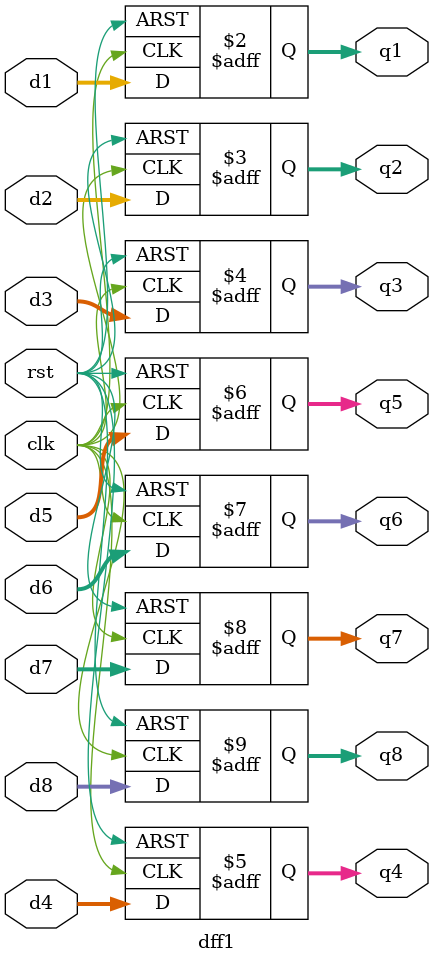
<source format=v>
module dff1
#(parameter n = 33)
(input clk,rst,
    input signed[n-1:0] d1,d2,d3,d4,d5,d6,d7,d8,
    output reg signed[n-1:0] q1,q2,q3,q4,q5,q6,q7,q8
);

    always@(posedge clk,posedge rst)
    if(rst)
        begin
            q1<=0;
            q2<=0;
            q3<=0;
            q4<=0;
            q5<=0;
            q6<=0;
            q7<=0;
            q8<=0;
        end
    else
        begin
            q1<=d1;
            q2<=d2;
            q3<=d3;
            q4<=d4;
            q5<=d5;
            q6<=d6;
            q7<=d7;
            q8<=d8;
        end

endmodule

</source>
